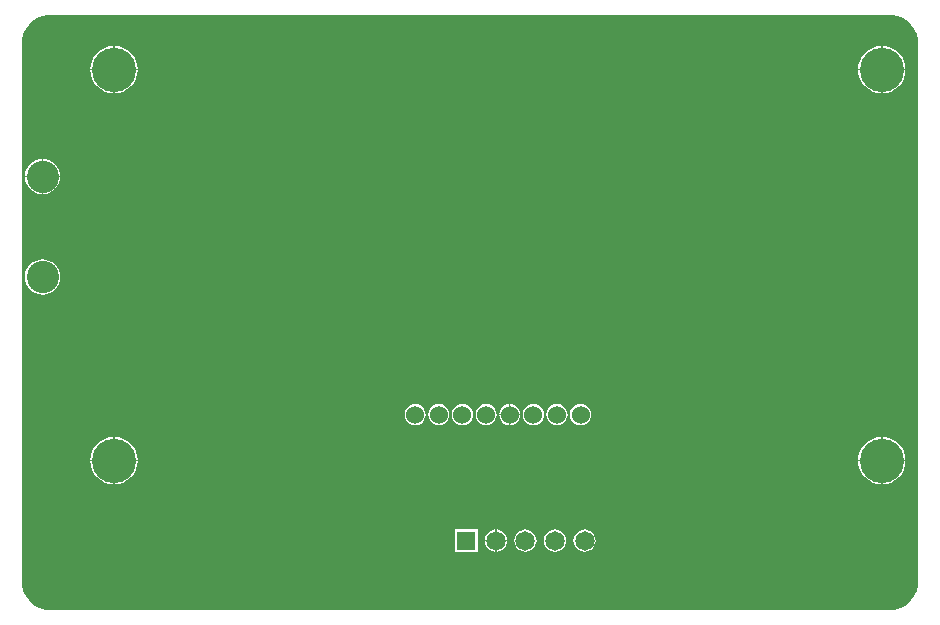
<source format=gbl>
G04*
G04 #@! TF.GenerationSoftware,Altium Limited,Altium Designer,20.1.11 (218)*
G04*
G04 Layer_Physical_Order=2*
G04 Layer_Color=16711680*
%FSLAX25Y25*%
%MOIN*%
G70*
G04*
G04 #@! TF.SameCoordinates,DDD296A5-092D-4BAE-9FCA-48E2803F740F*
G04*
G04*
G04 #@! TF.FilePolarity,Positive*
G04*
G01*
G75*
%ADD12C,0.01000*%
%ADD22C,0.14764*%
%ADD23C,0.10748*%
%ADD24C,0.06000*%
%ADD25R,0.06496X0.06496*%
%ADD26C,0.06496*%
G36*
X292683Y198844D02*
X294356Y198151D01*
X295863Y197144D01*
X297144Y195863D01*
X298150Y194357D01*
X298844Y192683D01*
X299197Y190906D01*
Y190000D01*
Y10000D01*
Y9094D01*
X298844Y7317D01*
X298150Y5644D01*
X297144Y4137D01*
X295863Y2856D01*
X294356Y1850D01*
X292683Y1156D01*
X290906Y803D01*
X9094D01*
X7317Y1156D01*
X5644Y1850D01*
X4137Y2856D01*
X2856Y4137D01*
X1850Y5644D01*
X1156Y7317D01*
X803Y9094D01*
Y10000D01*
Y190000D01*
Y190906D01*
X1156Y192683D01*
X1850Y194357D01*
X2856Y195863D01*
X4137Y197144D01*
X5644Y198151D01*
X7317Y198844D01*
X9094Y199197D01*
X290906D01*
X292683Y198844D01*
D02*
G37*
%LPC*%
G36*
X287518Y188856D02*
Y181211D01*
X295163D01*
X295036Y182506D01*
X294585Y183992D01*
X293853Y185361D01*
X292868Y186561D01*
X291668Y187546D01*
X290299Y188278D01*
X288813Y188728D01*
X287518Y188856D01*
D02*
G37*
G36*
X287018D02*
X285723Y188728D01*
X284237Y188278D01*
X282868Y187546D01*
X281667Y186561D01*
X280682Y185361D01*
X279951Y183992D01*
X279500Y182506D01*
X279372Y181211D01*
X287018D01*
Y188856D01*
D02*
G37*
G36*
X31612D02*
Y181211D01*
X39258D01*
X39130Y182506D01*
X38679Y183992D01*
X37947Y185361D01*
X36963Y186561D01*
X35762Y187546D01*
X34393Y188278D01*
X32907Y188728D01*
X31612Y188856D01*
D02*
G37*
G36*
X31112D02*
X29817Y188728D01*
X28331Y188278D01*
X26962Y187546D01*
X25762Y186561D01*
X24777Y185361D01*
X24045Y183992D01*
X23594Y182506D01*
X23467Y181211D01*
X31112D01*
Y188856D01*
D02*
G37*
G36*
X295163Y180711D02*
X287518D01*
Y173065D01*
X288813Y173193D01*
X290299Y173644D01*
X291668Y174375D01*
X292868Y175360D01*
X293853Y176560D01*
X294585Y177930D01*
X295036Y179416D01*
X295163Y180711D01*
D02*
G37*
G36*
X287018D02*
X279372D01*
X279500Y179416D01*
X279951Y177930D01*
X280682Y176560D01*
X281667Y175360D01*
X282868Y174375D01*
X284237Y173644D01*
X285723Y173193D01*
X287018Y173065D01*
Y180711D01*
D02*
G37*
G36*
X39258D02*
X31612D01*
Y173065D01*
X32907Y173193D01*
X34393Y173644D01*
X35762Y174375D01*
X36963Y175360D01*
X37947Y176560D01*
X38679Y177930D01*
X39130Y179416D01*
X39258Y180711D01*
D02*
G37*
G36*
X31112D02*
X23467D01*
X23594Y179416D01*
X24045Y177930D01*
X24777Y176560D01*
X25762Y175360D01*
X26962Y174375D01*
X28331Y173644D01*
X29817Y173193D01*
X31112Y173065D01*
Y180711D01*
D02*
G37*
G36*
X7793Y151208D02*
Y145581D01*
X13421D01*
X13332Y146482D01*
X12996Y147590D01*
X12451Y148610D01*
X11717Y149504D01*
X10823Y150238D01*
X9802Y150784D01*
X8695Y151120D01*
X7793Y151208D01*
D02*
G37*
G36*
X7293D02*
X6392Y151120D01*
X5285Y150784D01*
X4264Y150238D01*
X3370Y149504D01*
X2636Y148610D01*
X2090Y147590D01*
X1754Y146482D01*
X1665Y145581D01*
X7293D01*
Y151208D01*
D02*
G37*
G36*
X13421Y145081D02*
X7793D01*
Y139453D01*
X8695Y139542D01*
X9802Y139878D01*
X10823Y140423D01*
X11717Y141157D01*
X12451Y142051D01*
X12996Y143072D01*
X13332Y144179D01*
X13421Y145081D01*
D02*
G37*
G36*
X7293D02*
X1665D01*
X1754Y144179D01*
X2090Y143072D01*
X2636Y142051D01*
X3370Y141157D01*
X4264Y140423D01*
X5285Y139878D01*
X6392Y139542D01*
X7293Y139453D01*
Y145081D01*
D02*
G37*
G36*
X7543Y117769D02*
X6392Y117655D01*
X5285Y117319D01*
X4264Y116774D01*
X3370Y116040D01*
X2636Y115145D01*
X2090Y114125D01*
X1754Y113018D01*
X1641Y111866D01*
X1754Y110715D01*
X2090Y109607D01*
X2636Y108587D01*
X3370Y107693D01*
X4264Y106958D01*
X5285Y106413D01*
X6392Y106077D01*
X7543Y105964D01*
X8695Y106077D01*
X9802Y106413D01*
X10823Y106958D01*
X11717Y107693D01*
X12451Y108587D01*
X12996Y109607D01*
X13332Y110715D01*
X13446Y111866D01*
X13332Y113018D01*
X12996Y114125D01*
X12451Y115145D01*
X11717Y116040D01*
X10823Y116774D01*
X9802Y117319D01*
X8695Y117655D01*
X7543Y117769D01*
D02*
G37*
G36*
X163502Y69497D02*
Y66250D01*
X166749D01*
X166662Y66914D01*
X166309Y67765D01*
X165748Y68496D01*
X165017Y69057D01*
X164166Y69410D01*
X163502Y69497D01*
D02*
G37*
G36*
X163002D02*
X162338Y69410D01*
X161487Y69057D01*
X160756Y68496D01*
X160195Y67765D01*
X159842Y66914D01*
X159755Y66250D01*
X163002D01*
Y69497D01*
D02*
G37*
G36*
X166749Y65750D02*
X163502D01*
Y62503D01*
X164166Y62590D01*
X165017Y62943D01*
X165748Y63504D01*
X166309Y64235D01*
X166662Y65086D01*
X166749Y65750D01*
D02*
G37*
G36*
X163002D02*
X159755D01*
X159842Y65086D01*
X160195Y64235D01*
X160756Y63504D01*
X161487Y62943D01*
X162338Y62590D01*
X163002Y62503D01*
Y65750D01*
D02*
G37*
G36*
X186874Y69530D02*
X185960Y69410D01*
X185109Y69057D01*
X184378Y68496D01*
X183817Y67765D01*
X183464Y66914D01*
X183344Y66000D01*
X183464Y65086D01*
X183817Y64235D01*
X184378Y63504D01*
X185109Y62943D01*
X185960Y62590D01*
X186874Y62470D01*
X187788Y62590D01*
X188639Y62943D01*
X189370Y63504D01*
X189931Y64235D01*
X190284Y65086D01*
X190404Y66000D01*
X190284Y66914D01*
X189931Y67765D01*
X189370Y68496D01*
X188639Y69057D01*
X187788Y69410D01*
X186874Y69530D01*
D02*
G37*
G36*
X179000D02*
X178086Y69410D01*
X177235Y69057D01*
X176504Y68496D01*
X175943Y67765D01*
X175590Y66914D01*
X175470Y66000D01*
X175590Y65086D01*
X175943Y64235D01*
X176504Y63504D01*
X177235Y62943D01*
X178086Y62590D01*
X179000Y62470D01*
X179914Y62590D01*
X180765Y62943D01*
X181496Y63504D01*
X182057Y64235D01*
X182410Y65086D01*
X182530Y66000D01*
X182410Y66914D01*
X182057Y67765D01*
X181496Y68496D01*
X180765Y69057D01*
X179914Y69410D01*
X179000Y69530D01*
D02*
G37*
G36*
X171126D02*
X170212Y69410D01*
X169361Y69057D01*
X168630Y68496D01*
X168069Y67765D01*
X167716Y66914D01*
X167596Y66000D01*
X167716Y65086D01*
X168069Y64235D01*
X168630Y63504D01*
X169361Y62943D01*
X170212Y62590D01*
X171126Y62470D01*
X172040Y62590D01*
X172891Y62943D01*
X173622Y63504D01*
X174183Y64235D01*
X174536Y65086D01*
X174656Y66000D01*
X174536Y66914D01*
X174183Y67765D01*
X173622Y68496D01*
X172891Y69057D01*
X172040Y69410D01*
X171126Y69530D01*
D02*
G37*
G36*
X155378D02*
X154464Y69410D01*
X153613Y69057D01*
X152882Y68496D01*
X152321Y67765D01*
X151968Y66914D01*
X151848Y66000D01*
X151968Y65086D01*
X152321Y64235D01*
X152882Y63504D01*
X153613Y62943D01*
X154464Y62590D01*
X155378Y62470D01*
X156292Y62590D01*
X157143Y62943D01*
X157874Y63504D01*
X158435Y64235D01*
X158788Y65086D01*
X158908Y66000D01*
X158788Y66914D01*
X158435Y67765D01*
X157874Y68496D01*
X157143Y69057D01*
X156292Y69410D01*
X155378Y69530D01*
D02*
G37*
G36*
X147504D02*
X146590Y69410D01*
X145739Y69057D01*
X145008Y68496D01*
X144447Y67765D01*
X144094Y66914D01*
X143974Y66000D01*
X144094Y65086D01*
X144447Y64235D01*
X145008Y63504D01*
X145739Y62943D01*
X146590Y62590D01*
X147504Y62470D01*
X148418Y62590D01*
X149269Y62943D01*
X150000Y63504D01*
X150561Y64235D01*
X150914Y65086D01*
X151034Y66000D01*
X150914Y66914D01*
X150561Y67765D01*
X150000Y68496D01*
X149269Y69057D01*
X148418Y69410D01*
X147504Y69530D01*
D02*
G37*
G36*
X139630D02*
X138716Y69410D01*
X137865Y69057D01*
X137134Y68496D01*
X136573Y67765D01*
X136220Y66914D01*
X136100Y66000D01*
X136220Y65086D01*
X136573Y64235D01*
X137134Y63504D01*
X137865Y62943D01*
X138716Y62590D01*
X139630Y62470D01*
X140544Y62590D01*
X141395Y62943D01*
X142126Y63504D01*
X142687Y64235D01*
X143040Y65086D01*
X143160Y66000D01*
X143040Y66914D01*
X142687Y67765D01*
X142126Y68496D01*
X141395Y69057D01*
X140544Y69410D01*
X139630Y69530D01*
D02*
G37*
G36*
X131756D02*
X130842Y69410D01*
X129991Y69057D01*
X129260Y68496D01*
X128699Y67765D01*
X128346Y66914D01*
X128226Y66000D01*
X128346Y65086D01*
X128699Y64235D01*
X129260Y63504D01*
X129991Y62943D01*
X130842Y62590D01*
X131756Y62470D01*
X132670Y62590D01*
X133521Y62943D01*
X134252Y63504D01*
X134813Y64235D01*
X135166Y65086D01*
X135286Y66000D01*
X135166Y66914D01*
X134813Y67765D01*
X134252Y68496D01*
X133521Y69057D01*
X132670Y69410D01*
X131756Y69530D01*
D02*
G37*
G36*
X287518Y58541D02*
Y50896D01*
X295163D01*
X295036Y52191D01*
X294585Y53676D01*
X293853Y55046D01*
X292868Y56246D01*
X291668Y57231D01*
X290299Y57963D01*
X288813Y58413D01*
X287518Y58541D01*
D02*
G37*
G36*
X287018D02*
X285723Y58413D01*
X284237Y57963D01*
X282868Y57231D01*
X281667Y56246D01*
X280682Y55046D01*
X279951Y53676D01*
X279500Y52191D01*
X279372Y50896D01*
X287018D01*
Y58541D01*
D02*
G37*
G36*
X31612D02*
Y50896D01*
X39258D01*
X39130Y52191D01*
X38679Y53676D01*
X37947Y55046D01*
X36963Y56246D01*
X35762Y57231D01*
X34393Y57963D01*
X32907Y58413D01*
X31612Y58541D01*
D02*
G37*
G36*
X31112D02*
X29817Y58413D01*
X28331Y57963D01*
X26962Y57231D01*
X25762Y56246D01*
X24777Y55046D01*
X24045Y53676D01*
X23594Y52191D01*
X23467Y50896D01*
X31112D01*
Y58541D01*
D02*
G37*
G36*
X295163Y50396D02*
X287518D01*
Y42750D01*
X288813Y42878D01*
X290299Y43328D01*
X291668Y44060D01*
X292868Y45045D01*
X293853Y46246D01*
X294585Y47615D01*
X295036Y49101D01*
X295163Y50396D01*
D02*
G37*
G36*
X287018D02*
X279372D01*
X279500Y49101D01*
X279951Y47615D01*
X280682Y46246D01*
X281667Y45045D01*
X282868Y44060D01*
X284237Y43328D01*
X285723Y42878D01*
X287018Y42750D01*
Y50396D01*
D02*
G37*
G36*
X39258D02*
X31612D01*
Y42750D01*
X32907Y42878D01*
X34393Y43328D01*
X35762Y44060D01*
X36963Y45045D01*
X37947Y46246D01*
X38679Y47615D01*
X39130Y49101D01*
X39258Y50396D01*
D02*
G37*
G36*
X31112D02*
X23467D01*
X23594Y49101D01*
X24045Y47615D01*
X24777Y46246D01*
X25762Y45045D01*
X26962Y44060D01*
X28331Y43328D01*
X29817Y42878D01*
X31112Y42750D01*
Y50396D01*
D02*
G37*
G36*
X158907Y27747D02*
Y24250D01*
X162405D01*
X162309Y24978D01*
X161931Y25890D01*
X161331Y26673D01*
X160548Y27274D01*
X159636Y27652D01*
X158907Y27747D01*
D02*
G37*
G36*
X158407D02*
X157679Y27652D01*
X156767Y27274D01*
X155984Y26673D01*
X155384Y25890D01*
X155006Y24978D01*
X154910Y24250D01*
X158407D01*
Y27747D01*
D02*
G37*
G36*
X162405Y23750D02*
X158907D01*
Y20253D01*
X159636Y20348D01*
X160548Y20726D01*
X161331Y21327D01*
X161931Y22110D01*
X162309Y23022D01*
X162405Y23750D01*
D02*
G37*
G36*
X158407D02*
X154910D01*
X155006Y23022D01*
X155384Y22110D01*
X155984Y21327D01*
X156767Y20726D01*
X157679Y20348D01*
X158407Y20253D01*
Y23750D01*
D02*
G37*
G36*
X152563Y27748D02*
X145067D01*
Y20252D01*
X152563D01*
Y27748D01*
D02*
G37*
G36*
X188185Y27780D02*
X187207Y27652D01*
X186295Y27274D01*
X185512Y26673D01*
X184911Y25890D01*
X184534Y24978D01*
X184405Y24000D01*
X184534Y23022D01*
X184911Y22110D01*
X185512Y21327D01*
X186295Y20726D01*
X187207Y20348D01*
X188185Y20220D01*
X189163Y20348D01*
X190075Y20726D01*
X190858Y21327D01*
X191459Y22110D01*
X191837Y23022D01*
X191965Y24000D01*
X191837Y24978D01*
X191459Y25890D01*
X190858Y26673D01*
X190075Y27274D01*
X189163Y27652D01*
X188185Y27780D01*
D02*
G37*
G36*
X178342D02*
X177364Y27652D01*
X176452Y27274D01*
X175669Y26673D01*
X175069Y25890D01*
X174691Y24978D01*
X174562Y24000D01*
X174691Y23022D01*
X175069Y22110D01*
X175669Y21327D01*
X176452Y20726D01*
X177364Y20348D01*
X178342Y20220D01*
X179321Y20348D01*
X180233Y20726D01*
X181016Y21327D01*
X181616Y22110D01*
X181994Y23022D01*
X182123Y24000D01*
X181994Y24978D01*
X181616Y25890D01*
X181016Y26673D01*
X180233Y27274D01*
X179321Y27652D01*
X178342Y27780D01*
D02*
G37*
G36*
X168500D02*
X167522Y27652D01*
X166610Y27274D01*
X165827Y26673D01*
X165226Y25890D01*
X164848Y24978D01*
X164720Y24000D01*
X164848Y23022D01*
X165226Y22110D01*
X165827Y21327D01*
X166610Y20726D01*
X167522Y20348D01*
X168500Y20220D01*
X169478Y20348D01*
X170390Y20726D01*
X171173Y21327D01*
X171774Y22110D01*
X172152Y23022D01*
X172280Y24000D01*
X172152Y24978D01*
X171774Y25890D01*
X171173Y26673D01*
X170390Y27274D01*
X169478Y27652D01*
X168500Y27780D01*
D02*
G37*
%LPD*%
D12*
X158658Y24000D02*
Y26277D01*
D22*
X287268Y180961D02*
D03*
X31362D02*
D03*
X287268Y50646D02*
D03*
X31362D02*
D03*
D23*
X7543Y145331D02*
D03*
Y111866D02*
D03*
D24*
X131756Y66000D02*
D03*
X139630D02*
D03*
X147504D02*
D03*
X155378D02*
D03*
X163252D02*
D03*
X171126D02*
D03*
X179000D02*
D03*
X186874D02*
D03*
D25*
X148815Y24000D02*
D03*
D26*
X158658D02*
D03*
X168500D02*
D03*
X178342D02*
D03*
X188185D02*
D03*
M02*

</source>
